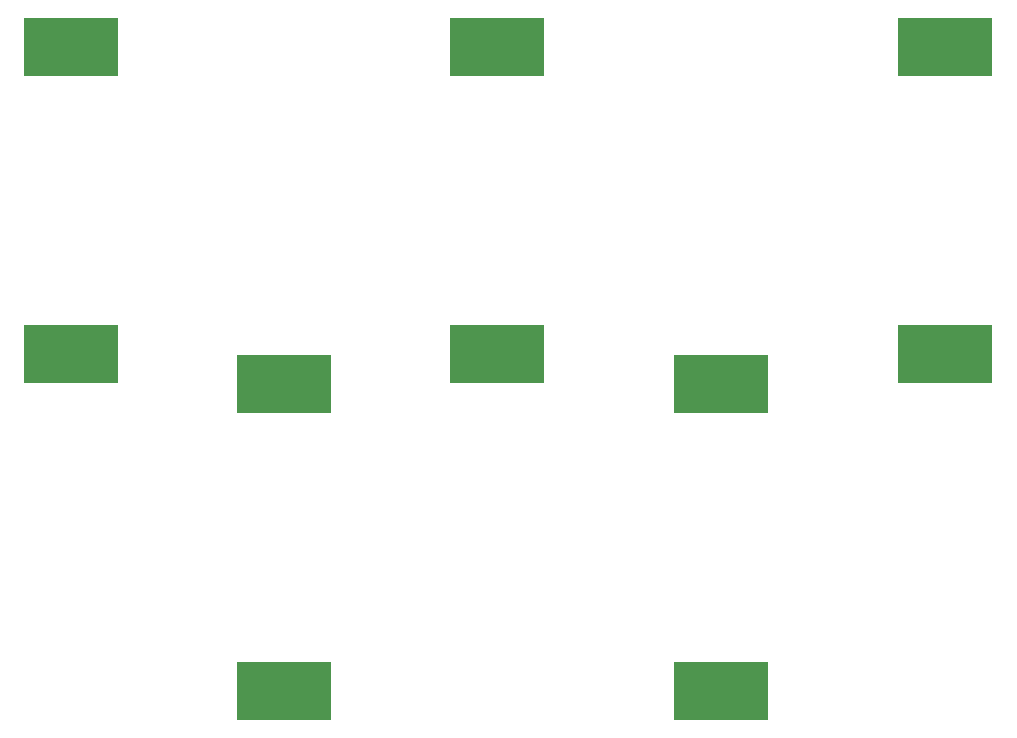
<source format=gbr>
G04 #@! TF.GenerationSoftware,KiCad,Pcbnew,(5.0.0)*
G04 #@! TF.CreationDate,2020-03-19T16:58:16-04:00*
G04 #@! TF.ProjectId,Grow_Lamp,47726F775F4C616D702E6B696361645F,rev?*
G04 #@! TF.SameCoordinates,Original*
G04 #@! TF.FileFunction,Paste,Top*
G04 #@! TF.FilePolarity,Positive*
%FSLAX46Y46*%
G04 Gerber Fmt 4.6, Leading zero omitted, Abs format (unit mm)*
G04 Created by KiCad (PCBNEW (5.0.0)) date 03/19/20 16:58:16*
%MOMM*%
%LPD*%
G01*
G04 APERTURE LIST*
%ADD10R,8.000000X5.000000*%
G04 APERTURE END LIST*
D10*
G04 #@! TO.C,D1*
X103000000Y-85500000D03*
X103000000Y-59500000D03*
G04 #@! TD*
G04 #@! TO.C,D2*
X121000000Y-88000000D03*
X121000000Y-114000000D03*
G04 #@! TD*
G04 #@! TO.C,D3*
X139000000Y-85500000D03*
X139000000Y-59500000D03*
G04 #@! TD*
G04 #@! TO.C,D4*
X158000000Y-88000000D03*
X158000000Y-114000000D03*
G04 #@! TD*
G04 #@! TO.C,D5*
X177000000Y-85500000D03*
X177000000Y-59500000D03*
G04 #@! TD*
M02*

</source>
